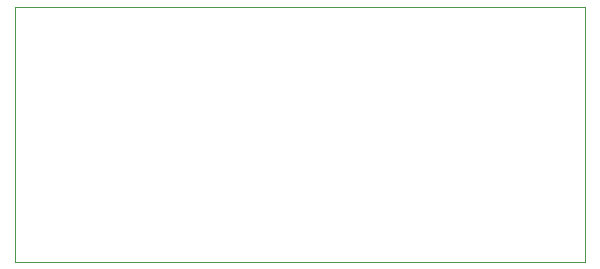
<source format=gbr>
%TF.GenerationSoftware,KiCad,Pcbnew,(6.0.8)*%
%TF.CreationDate,2023-11-01T20:00:16+01:00*%
%TF.ProjectId,BTS50005-1LUA_TestBoard,42545335-3030-4303-952d-314c55415f54,rev?*%
%TF.SameCoordinates,Original*%
%TF.FileFunction,Profile,NP*%
%FSLAX46Y46*%
G04 Gerber Fmt 4.6, Leading zero omitted, Abs format (unit mm)*
G04 Created by KiCad (PCBNEW (6.0.8)) date 2023-11-01 20:00:16*
%MOMM*%
%LPD*%
G01*
G04 APERTURE LIST*
%TA.AperFunction,Profile*%
%ADD10C,0.100000*%
%TD*%
G04 APERTURE END LIST*
D10*
X144780000Y-50800000D02*
X144780000Y-29210000D01*
X96520000Y-50800000D02*
X144780000Y-50800000D01*
X144780000Y-29210000D02*
X96520000Y-29210000D01*
X96520000Y-29210000D02*
X96520000Y-50800000D01*
M02*

</source>
